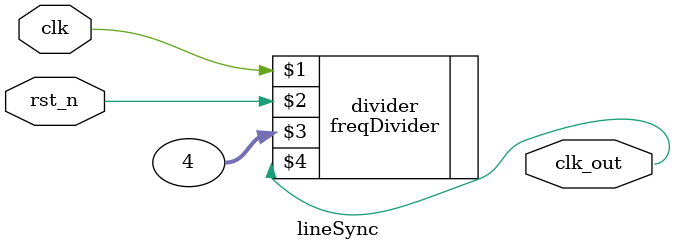
<source format=v>
`timescale 1ns / 1ps
module lineSync(clk,rst_n,clk_out);
parameter [31:0] divisor = 32'd4;
input clk,rst_n;
output clk_out;
freqDivider divider(clk,rst_n,divisor,clk_out);
endmodule

</source>
